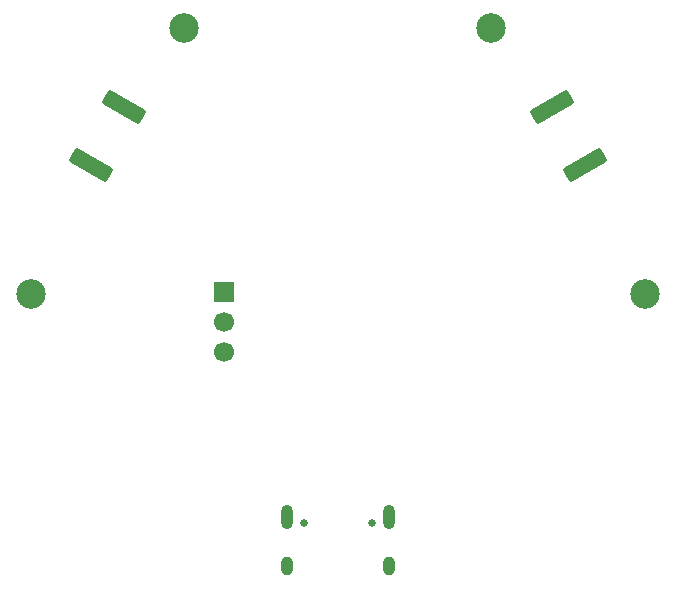
<source format=gbr>
%TF.GenerationSoftware,KiCad,Pcbnew,9.0.4-9.0.4-0~ubuntu22.04.1*%
%TF.CreationDate,2025-09-16T22:55:20+03:00*%
%TF.ProjectId,hexaGenMini-v1,68657861-4765-46e4-9d69-6e692d76312e,rev?*%
%TF.SameCoordinates,Original*%
%TF.FileFunction,Soldermask,Bot*%
%TF.FilePolarity,Negative*%
%FSLAX46Y46*%
G04 Gerber Fmt 4.6, Leading zero omitted, Abs format (unit mm)*
G04 Created by KiCad (PCBNEW 9.0.4-9.0.4-0~ubuntu22.04.1) date 2025-09-16 22:55:20*
%MOMM*%
%LPD*%
G01*
G04 APERTURE LIST*
G04 Aperture macros list*
%AMRoundRect*
0 Rectangle with rounded corners*
0 $1 Rounding radius*
0 $2 $3 $4 $5 $6 $7 $8 $9 X,Y pos of 4 corners*
0 Add a 4 corners polygon primitive as box body*
4,1,4,$2,$3,$4,$5,$6,$7,$8,$9,$2,$3,0*
0 Add four circle primitives for the rounded corners*
1,1,$1+$1,$2,$3*
1,1,$1+$1,$4,$5*
1,1,$1+$1,$6,$7*
1,1,$1+$1,$8,$9*
0 Add four rect primitives between the rounded corners*
20,1,$1+$1,$2,$3,$4,$5,0*
20,1,$1+$1,$4,$5,$6,$7,0*
20,1,$1+$1,$6,$7,$8,$9,0*
20,1,$1+$1,$8,$9,$2,$3,0*%
G04 Aperture macros list end*
%ADD10R,1.700000X1.700000*%
%ADD11C,1.700000*%
%ADD12C,2.500000*%
%ADD13RoundRect,0.250000X-1.173141X1.168061X-1.598141X0.431939X1.173141X-1.168061X1.598141X-0.431939X0*%
%ADD14RoundRect,0.250000X1.598141X0.431939X1.173141X1.168061X-1.598141X-0.431939X-1.173141X-1.168061X0*%
%ADD15C,0.650000*%
%ADD16O,1.000000X2.100000*%
%ADD17O,1.000000X1.600000*%
G04 APERTURE END LIST*
D10*
%TO.C,J3*%
X150310000Y-83780000D03*
D11*
X150310000Y-86320000D03*
X150310000Y-88860000D03*
%TD*%
D12*
%TO.C,H4*%
X133972540Y-84000000D03*
%TD*%
%TO.C,H1*%
X172972540Y-61480000D03*
%TD*%
D13*
%TO.C,J2*%
X139026546Y-73071522D03*
X141851546Y-68178478D03*
%TD*%
D12*
%TO.C,H2*%
X185972540Y-84000000D03*
%TD*%
D14*
%TO.C,J1*%
X178093534Y-68178478D03*
X180918534Y-73071522D03*
%TD*%
D15*
%TO.C,J4*%
X157082540Y-103400000D03*
X162862540Y-103400000D03*
D16*
X155652540Y-102870000D03*
D17*
X155652540Y-107050000D03*
D16*
X164292540Y-102870000D03*
D17*
X164292540Y-107050000D03*
%TD*%
D12*
%TO.C,H3*%
X146972540Y-61480000D03*
%TD*%
M02*

</source>
